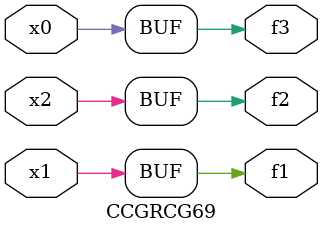
<source format=v>
module CCGRCG69(
	input x0, x1, x2,
	output f1, f2, f3
);
	assign f1 = x1;
	assign f2 = x2;
	assign f3 = x0;
endmodule

</source>
